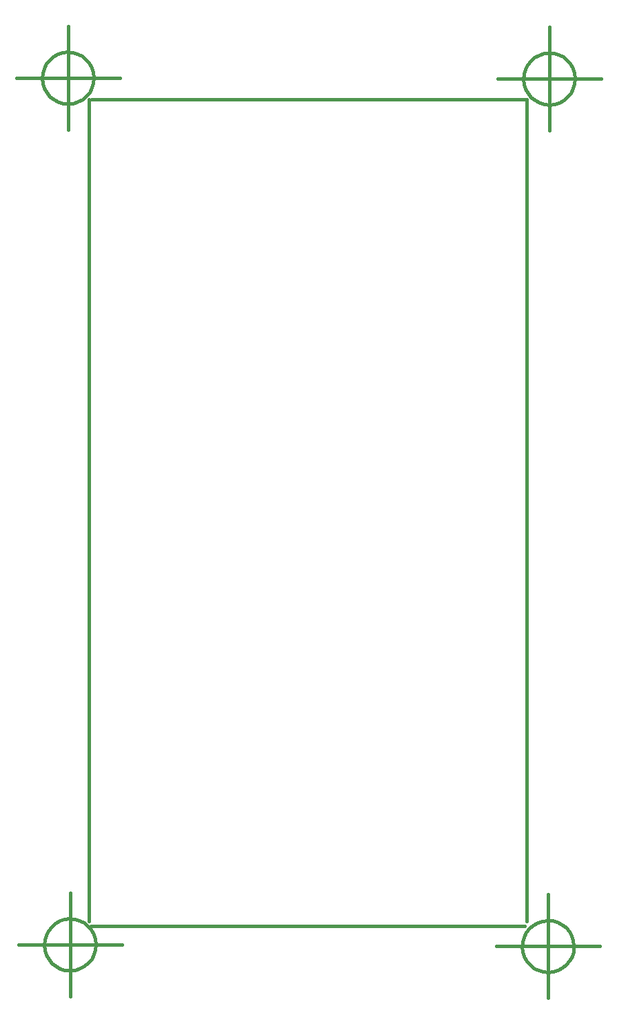
<source format=gbr>
G04 (created by PCBNEW-RS274X (2011-07-08 BZR 3044)-stable) date 2012-04-12 22:18:47*
G01*
G70*
G90*
%MOIN*%
G04 Gerber Fmt 3.4, Leading zero omitted, Abs format*
%FSLAX34Y34*%
G04 APERTURE LIST*
%ADD10C,0.006000*%
%ADD11C,0.015000*%
G04 APERTURE END LIST*
G54D10*
G54D11*
X09514Y-08758D02*
X09490Y-09000D01*
X09419Y-09234D01*
X09305Y-09449D01*
X09150Y-09638D01*
X08962Y-09794D01*
X08748Y-09910D01*
X08515Y-09982D01*
X08272Y-10007D01*
X08030Y-09985D01*
X07796Y-09916D01*
X07580Y-09803D01*
X07390Y-09651D01*
X07233Y-09464D01*
X07116Y-09250D01*
X07042Y-09017D01*
X07015Y-08775D01*
X07035Y-08533D01*
X07102Y-08298D01*
X07214Y-08081D01*
X07365Y-07890D01*
X07551Y-07732D01*
X07764Y-07613D01*
X07996Y-07538D01*
X08238Y-07509D01*
X08481Y-07527D01*
X08716Y-07593D01*
X08933Y-07703D01*
X09126Y-07853D01*
X09285Y-08038D01*
X09405Y-08250D01*
X09482Y-08482D01*
X09513Y-08724D01*
X09514Y-08758D01*
X05764Y-08758D02*
X10764Y-08758D01*
X08264Y-06258D02*
X08264Y-11258D01*
X32782Y-08800D02*
X32758Y-09042D01*
X32687Y-09276D01*
X32573Y-09491D01*
X32418Y-09680D01*
X32230Y-09836D01*
X32016Y-09952D01*
X31783Y-10024D01*
X31540Y-10049D01*
X31298Y-10027D01*
X31064Y-09958D01*
X30848Y-09845D01*
X30658Y-09693D01*
X30501Y-09506D01*
X30384Y-09292D01*
X30310Y-09059D01*
X30283Y-08817D01*
X30303Y-08575D01*
X30370Y-08340D01*
X30482Y-08123D01*
X30633Y-07932D01*
X30819Y-07774D01*
X31032Y-07655D01*
X31264Y-07580D01*
X31506Y-07551D01*
X31749Y-07569D01*
X31984Y-07635D01*
X32201Y-07745D01*
X32394Y-07895D01*
X32553Y-08080D01*
X32673Y-08292D01*
X32750Y-08524D01*
X32781Y-08766D01*
X32782Y-08800D01*
X29032Y-08800D02*
X34032Y-08800D01*
X31532Y-06300D02*
X31532Y-11300D01*
X09612Y-50626D02*
X09588Y-50868D01*
X09517Y-51102D01*
X09403Y-51317D01*
X09248Y-51506D01*
X09060Y-51662D01*
X08846Y-51778D01*
X08613Y-51850D01*
X08370Y-51875D01*
X08128Y-51853D01*
X07894Y-51784D01*
X07678Y-51671D01*
X07488Y-51519D01*
X07331Y-51332D01*
X07214Y-51118D01*
X07140Y-50885D01*
X07113Y-50643D01*
X07133Y-50401D01*
X07200Y-50166D01*
X07312Y-49949D01*
X07463Y-49758D01*
X07649Y-49600D01*
X07862Y-49481D01*
X08094Y-49406D01*
X08336Y-49377D01*
X08579Y-49395D01*
X08814Y-49461D01*
X09031Y-49571D01*
X09224Y-49721D01*
X09383Y-49906D01*
X09503Y-50118D01*
X09580Y-50350D01*
X09611Y-50592D01*
X09612Y-50626D01*
X05862Y-50626D02*
X10862Y-50626D01*
X08362Y-48126D02*
X08362Y-53126D01*
X32724Y-50712D02*
X32700Y-50954D01*
X32629Y-51188D01*
X32515Y-51403D01*
X32360Y-51592D01*
X32172Y-51748D01*
X31958Y-51864D01*
X31725Y-51936D01*
X31482Y-51961D01*
X31240Y-51939D01*
X31006Y-51870D01*
X30790Y-51757D01*
X30600Y-51605D01*
X30443Y-51418D01*
X30326Y-51204D01*
X30252Y-50971D01*
X30225Y-50729D01*
X30245Y-50487D01*
X30312Y-50252D01*
X30424Y-50035D01*
X30575Y-49844D01*
X30761Y-49686D01*
X30974Y-49567D01*
X31206Y-49492D01*
X31448Y-49463D01*
X31691Y-49481D01*
X31926Y-49547D01*
X32143Y-49657D01*
X32336Y-49807D01*
X32495Y-49992D01*
X32615Y-50204D01*
X32692Y-50436D01*
X32723Y-50678D01*
X32724Y-50712D01*
X28974Y-50712D02*
X33974Y-50712D01*
X31474Y-48212D02*
X31474Y-53212D01*
X30448Y-09792D02*
X30242Y-09792D01*
X30448Y-49506D02*
X30448Y-09792D01*
X09378Y-49746D02*
X30330Y-49746D01*
X09270Y-09786D02*
X09270Y-49500D01*
X30188Y-09792D02*
X09398Y-09792D01*
M02*

</source>
